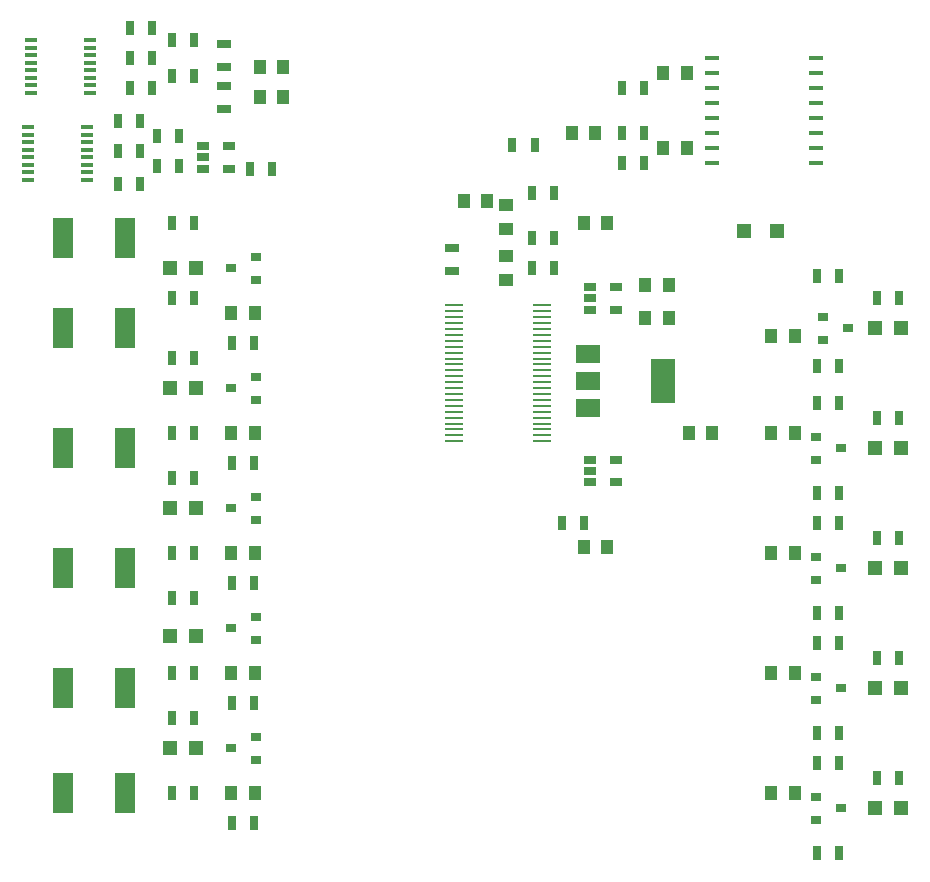
<source format=gtp>
G04 #@! TF.FileFunction,Paste,Top*
%FSLAX46Y46*%
G04 Gerber Fmt 4.6, Leading zero omitted, Abs format (unit mm)*
G04 Created by KiCad (PCBNEW 4.0.7-e2-6376~58~ubuntu14.04.1) date Thu Feb 15 21:21:51 2018*
%MOMM*%
%LPD*%
G01*
G04 APERTURE LIST*
%ADD10C,0.100000*%
%ADD11R,1.000000X1.250000*%
%ADD12R,0.700000X1.300000*%
%ADD13R,1.000000X0.300000*%
%ADD14R,1.060000X0.650000*%
%ADD15R,1.200000X0.300000*%
%ADD16R,1.250000X1.000000*%
%ADD17R,1.200000X1.200000*%
%ADD18R,1.780000X3.500000*%
%ADD19R,2.000000X3.800000*%
%ADD20R,2.000000X1.500000*%
%ADD21R,0.900000X0.800000*%
%ADD22R,1.300000X0.700000*%
%ADD23R,1.500000X0.250000*%
G04 APERTURE END LIST*
D10*
D11*
X144256000Y-78740000D03*
X142256000Y-78740000D03*
X144256000Y-72390000D03*
X142256000Y-72390000D03*
D12*
X97094000Y-68580000D03*
X98994000Y-68580000D03*
X100650000Y-69596000D03*
X102550000Y-69596000D03*
X97094000Y-71120000D03*
X98994000Y-71120000D03*
X100650000Y-72644000D03*
X102550000Y-72644000D03*
X97094000Y-73660000D03*
X98994000Y-73660000D03*
X96078000Y-76454000D03*
X97978000Y-76454000D03*
X99380000Y-77724000D03*
X101280000Y-77724000D03*
X96078000Y-78994000D03*
X97978000Y-78994000D03*
X99380000Y-80264000D03*
X101280000Y-80264000D03*
X96078000Y-81788000D03*
X97978000Y-81788000D03*
X109154000Y-80518000D03*
X107254000Y-80518000D03*
D13*
X88726000Y-74041000D03*
X93726000Y-69596000D03*
X93726000Y-70231000D03*
X93726000Y-70866000D03*
X93726000Y-71501000D03*
X93726000Y-72136000D03*
X93726000Y-72771000D03*
X93726000Y-73406000D03*
X93726000Y-74041000D03*
X88726000Y-73406000D03*
X88726000Y-72771000D03*
X88726000Y-72136000D03*
X88726000Y-71501000D03*
X88726000Y-70866000D03*
X88726000Y-70231000D03*
X88726000Y-69596000D03*
X88472000Y-81407000D03*
X93472000Y-76962000D03*
X93472000Y-77597000D03*
X93472000Y-78232000D03*
X93472000Y-78867000D03*
X93472000Y-79502000D03*
X93472000Y-80137000D03*
X93472000Y-80772000D03*
X93472000Y-81407000D03*
X88472000Y-80772000D03*
X88472000Y-80137000D03*
X88472000Y-79502000D03*
X88472000Y-78867000D03*
X88472000Y-78232000D03*
X88472000Y-77597000D03*
X88472000Y-76962000D03*
D14*
X103294000Y-78552000D03*
X103294000Y-79502000D03*
X103294000Y-80452000D03*
X105494000Y-80452000D03*
X105494000Y-78552000D03*
D15*
X146394000Y-71120000D03*
X155194000Y-80010000D03*
X155194000Y-78740000D03*
X155194000Y-77470000D03*
X155194000Y-76200000D03*
X155194000Y-74930000D03*
X155194000Y-73660000D03*
X155194000Y-72390000D03*
X155194000Y-71120000D03*
X146394000Y-72390000D03*
X146394000Y-73660000D03*
X146394000Y-74930000D03*
X146394000Y-76200000D03*
X146394000Y-77470000D03*
X146394000Y-78740000D03*
X146394000Y-80010000D03*
D11*
X135525000Y-112522000D03*
X137525000Y-112522000D03*
X125365000Y-83185000D03*
X127365000Y-83185000D03*
X135525000Y-85090000D03*
X137525000Y-85090000D03*
D16*
X128905000Y-89900000D03*
X128905000Y-87900000D03*
D11*
X108093000Y-74422000D03*
X110093000Y-74422000D03*
X140732000Y-93091000D03*
X142732000Y-93091000D03*
X136509000Y-77470000D03*
X134509000Y-77470000D03*
D16*
X128905000Y-85582000D03*
X128905000Y-83582000D03*
D11*
X140732000Y-90297000D03*
X142732000Y-90297000D03*
X108093000Y-71882000D03*
X110093000Y-71882000D03*
X144415000Y-102870000D03*
X146415000Y-102870000D03*
X105680000Y-102870000D03*
X107680000Y-102870000D03*
X105680000Y-113030000D03*
X107680000Y-113030000D03*
X107680000Y-123190000D03*
X105680000Y-123190000D03*
X105680000Y-133350000D03*
X107680000Y-133350000D03*
X153400000Y-133350000D03*
X151400000Y-133350000D03*
X153400000Y-123190000D03*
X151400000Y-123190000D03*
X153400000Y-113030000D03*
X151400000Y-113030000D03*
X153400000Y-102870000D03*
X151400000Y-102870000D03*
X151400000Y-94615000D03*
X153400000Y-94615000D03*
X105680000Y-92710000D03*
X107680000Y-92710000D03*
D17*
X149095000Y-85725000D03*
X151895000Y-85725000D03*
X102700000Y-99060000D03*
X100500000Y-99060000D03*
X102700000Y-109220000D03*
X100500000Y-109220000D03*
X102700000Y-120015000D03*
X100500000Y-120015000D03*
X102700000Y-129540000D03*
X100500000Y-129540000D03*
X160190000Y-134620000D03*
X162390000Y-134620000D03*
X160190000Y-124460000D03*
X162390000Y-124460000D03*
X160190000Y-114300000D03*
X162390000Y-114300000D03*
X160190000Y-104140000D03*
X162390000Y-104140000D03*
X160190000Y-93980000D03*
X162390000Y-93980000D03*
X102700000Y-88900000D03*
X100500000Y-88900000D03*
D18*
X96720000Y-86360000D03*
X91440000Y-86360000D03*
X96720000Y-93980000D03*
X91440000Y-93980000D03*
X96720000Y-104140000D03*
X91440000Y-104140000D03*
X96720000Y-114300000D03*
X91440000Y-114300000D03*
X96720000Y-124460000D03*
X91440000Y-124460000D03*
X96720000Y-133350000D03*
X91440000Y-133350000D03*
D19*
X142215000Y-98425000D03*
D20*
X135915000Y-98425000D03*
X135915000Y-100725000D03*
X135915000Y-96125000D03*
D21*
X107730000Y-100010000D03*
X107730000Y-98110000D03*
X105630000Y-99060000D03*
X107730000Y-110170000D03*
X107730000Y-108270000D03*
X105630000Y-109220000D03*
X107730000Y-120330000D03*
X107730000Y-118430000D03*
X105630000Y-119380000D03*
X107730000Y-130490000D03*
X107730000Y-128590000D03*
X105630000Y-129540000D03*
X155160000Y-133670000D03*
X155160000Y-135570000D03*
X157260000Y-134620000D03*
X155160000Y-123510000D03*
X155160000Y-125410000D03*
X157260000Y-124460000D03*
X155160000Y-113350000D03*
X155160000Y-115250000D03*
X157260000Y-114300000D03*
X155160000Y-103190000D03*
X155160000Y-105090000D03*
X157260000Y-104140000D03*
X155795000Y-93030000D03*
X155795000Y-94930000D03*
X157895000Y-93980000D03*
X107730000Y-89850000D03*
X107730000Y-87950000D03*
X105630000Y-88900000D03*
D12*
X133670000Y-110490000D03*
X135570000Y-110490000D03*
D22*
X124333000Y-87188000D03*
X124333000Y-89088000D03*
X105029000Y-73472000D03*
X105029000Y-75372000D03*
X105029000Y-71816000D03*
X105029000Y-69916000D03*
D12*
X131130000Y-82550000D03*
X133030000Y-82550000D03*
X129479000Y-78486000D03*
X131379000Y-78486000D03*
X131130000Y-86360000D03*
X133030000Y-86360000D03*
X140650000Y-80010000D03*
X138750000Y-80010000D03*
X138750000Y-77470000D03*
X140650000Y-77470000D03*
X140650000Y-73660000D03*
X138750000Y-73660000D03*
X131130000Y-88900000D03*
X133030000Y-88900000D03*
X102550000Y-102870000D03*
X100650000Y-102870000D03*
X102550000Y-96520000D03*
X100650000Y-96520000D03*
X107630000Y-105410000D03*
X105730000Y-105410000D03*
X102550000Y-113030000D03*
X100650000Y-113030000D03*
X102550000Y-106680000D03*
X100650000Y-106680000D03*
X107630000Y-115570000D03*
X105730000Y-115570000D03*
X102550000Y-123190000D03*
X100650000Y-123190000D03*
X102550000Y-116840000D03*
X100650000Y-116840000D03*
X107630000Y-125730000D03*
X105730000Y-125730000D03*
X102550000Y-133350000D03*
X100650000Y-133350000D03*
X102550000Y-127000000D03*
X100650000Y-127000000D03*
X107630000Y-135890000D03*
X105730000Y-135890000D03*
X162240000Y-132080000D03*
X160340000Y-132080000D03*
X155260000Y-138430000D03*
X157160000Y-138430000D03*
X155260000Y-130810000D03*
X157160000Y-130810000D03*
X162240000Y-121920000D03*
X160340000Y-121920000D03*
X155260000Y-128270000D03*
X157160000Y-128270000D03*
X155260000Y-120650000D03*
X157160000Y-120650000D03*
X162240000Y-111760000D03*
X160340000Y-111760000D03*
X155260000Y-118110000D03*
X157160000Y-118110000D03*
X155260000Y-110490000D03*
X157160000Y-110490000D03*
X162240000Y-101600000D03*
X160340000Y-101600000D03*
X155260000Y-107950000D03*
X157160000Y-107950000D03*
X155260000Y-100330000D03*
X157160000Y-100330000D03*
X162240000Y-91440000D03*
X160340000Y-91440000D03*
X155260000Y-97155000D03*
X157160000Y-97155000D03*
X155260000Y-89535000D03*
X157160000Y-89535000D03*
X102550000Y-91440000D03*
X100650000Y-91440000D03*
X102550000Y-85090000D03*
X100650000Y-85090000D03*
X107630000Y-95250000D03*
X105730000Y-95250000D03*
D23*
X131985000Y-103540000D03*
X124520000Y-92040000D03*
X124520000Y-92540000D03*
X124520000Y-93040000D03*
X124520000Y-93540000D03*
X124520000Y-94040000D03*
X124520000Y-94540000D03*
X124520000Y-95040000D03*
X124520000Y-95540000D03*
X124520000Y-96040000D03*
X124520000Y-96540000D03*
X124520000Y-97040000D03*
X124520000Y-97540000D03*
X124520000Y-98040000D03*
X124520000Y-98540000D03*
X124520000Y-99040000D03*
X124520000Y-99540000D03*
X124520000Y-100040000D03*
X124520000Y-100540000D03*
X124520000Y-101040000D03*
X124520000Y-101540000D03*
X124520000Y-102040000D03*
X124520000Y-102540000D03*
X124520000Y-103040000D03*
X124520000Y-103540000D03*
X131985000Y-103040000D03*
X131985000Y-102540000D03*
X131985000Y-102040000D03*
X131985000Y-101540000D03*
X131985000Y-101040000D03*
X131985000Y-100540000D03*
X131985000Y-100040000D03*
X131985000Y-99540000D03*
X131985000Y-99040000D03*
X131985000Y-98540000D03*
X131985000Y-98040000D03*
X131985000Y-97540000D03*
X131985000Y-97040000D03*
X131985000Y-96540000D03*
X131985000Y-96040000D03*
X131985000Y-95540000D03*
X131985000Y-95040000D03*
X131985000Y-94540000D03*
X131985000Y-94040000D03*
X131985000Y-93540000D03*
X131985000Y-93040000D03*
X131985000Y-92540000D03*
X131985000Y-92040000D03*
D14*
X136060000Y-105095000D03*
X136060000Y-106045000D03*
X136060000Y-106995000D03*
X138260000Y-106995000D03*
X138260000Y-105095000D03*
X136060000Y-90490000D03*
X136060000Y-91440000D03*
X136060000Y-92390000D03*
X138260000Y-92390000D03*
X138260000Y-90490000D03*
M02*

</source>
